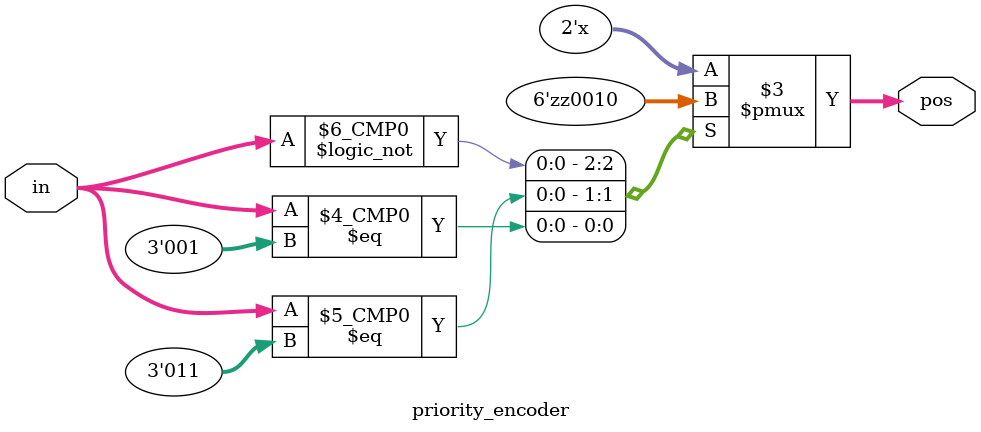
<source format=v>
module priority_encoder( 
input [2:0] in,
output reg [1:0] pos ); 
// When sel=1, assign b to out
always@(*)
begin
	case(in)
	2'b00 : pos = 2'bzz ; // if inputs are all low, assign output to 2'bzz.
	2'b00 | 2'b011: pos = 2'b00 ; // if even one input is high, output is 0. 
	2'b00 | 2'b111: pos = 2'b01 ; // if all inputs are high, output is 1. 
	2'b01 | 2'b101: pos = 2'b10 ; // if 2 or more inputs are high, output is 2 to 11.
	default : pos = 2'bxx ; // default assigns output to x.
	endcase
end 
endmodule

</source>
